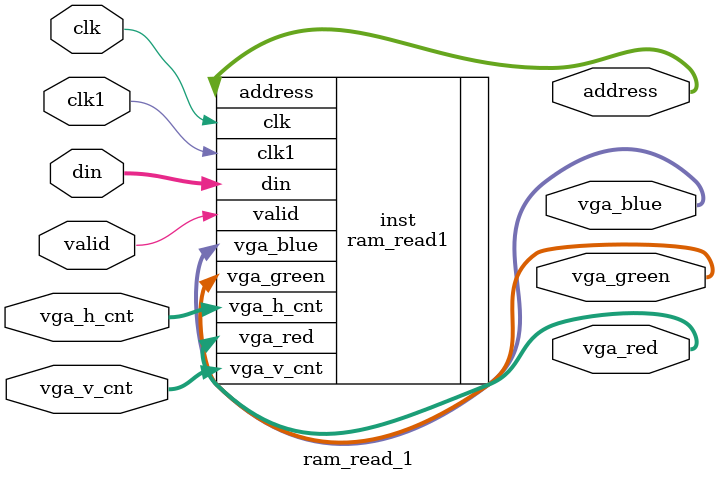
<source format=v>
`timescale 1ns / 1ps


module ram_read_1 (
  clk,
  valid,
  din,
  address,
  vga_h_cnt,
  vga_v_cnt,
  vga_red,
  vga_green,
  vga_blue,
  clk1
);

(* X_INTERFACE_INFO = "xilinx.com:signal:clock:1.0 signal_clock CLK" *)
input wire clk;
input wire valid;
input wire [15 : 0] din;
output wire [16 : 0] address;
input wire [11 : 0] vga_h_cnt;
input wire [10 : 0] vga_v_cnt;
output wire [3 : 0] vga_red;
output wire [3 : 0] vga_green;
output wire [3 : 0] vga_blue;
input clk1;
  ram_read1 #(
    .SHOW_H_START(4),
    .SHOW_V_START(3),
    .SHOW_WIDTH(320),
    .SHOW_HEIGHT(240)
  ) inst (
    .clk(clk),
    .valid(valid),
    .din(din),
    .address(address),
    .vga_h_cnt(vga_h_cnt),
    .vga_v_cnt(vga_v_cnt),
    .vga_red(vga_red),
    .vga_green(vga_green),
    .vga_blue(vga_blue),
    .clk1(clk1)
  );
endmodule

</source>
